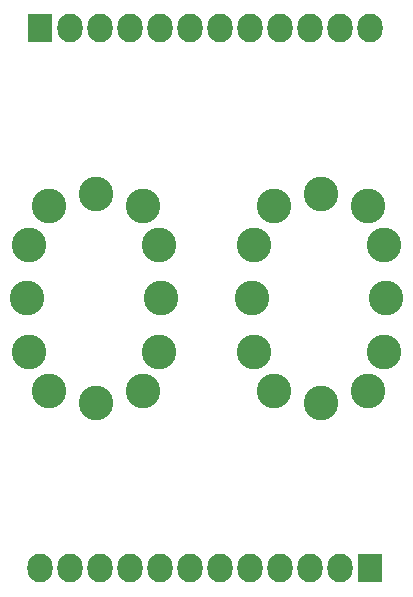
<source format=gts>
G04 #@! TF.FileFunction,Soldermask,Top*
%FSLAX46Y46*%
G04 Gerber Fmt 4.6, Leading zero omitted, Abs format (unit mm)*
G04 Created by KiCad (PCBNEW (2015-10-31 BZR 6288)-product) date Wednesday, November 04, 2015 'PMt' 06:10:20 PM*
%MOMM*%
G01*
G04 APERTURE LIST*
%ADD10C,0.100000*%
%ADD11R,2.127200X2.432000*%
%ADD12O,2.127200X2.432000*%
%ADD13C,2.940000*%
G04 APERTURE END LIST*
D10*
D11*
X120650000Y-57150000D03*
D12*
X123190000Y-57150000D03*
X125730000Y-57150000D03*
X128270000Y-57150000D03*
X130810000Y-57150000D03*
X133350000Y-57150000D03*
X135890000Y-57150000D03*
X138430000Y-57150000D03*
X140970000Y-57150000D03*
X143510000Y-57150000D03*
X146050000Y-57150000D03*
X148590000Y-57150000D03*
D11*
X148590000Y-102870000D03*
D12*
X146050000Y-102870000D03*
X143510000Y-102870000D03*
X140970000Y-102870000D03*
X138430000Y-102870000D03*
X135890000Y-102870000D03*
X133350000Y-102870000D03*
X130810000Y-102870000D03*
X128270000Y-102870000D03*
X125730000Y-102870000D03*
X123190000Y-102870000D03*
X120650000Y-102870000D03*
D13*
X130776980Y-84508340D03*
X121414540Y-87825580D03*
X119730520Y-84508340D03*
X119603520Y-80010000D03*
X119730520Y-75511660D03*
X121414540Y-72194420D03*
X125412500Y-71193660D03*
X129410460Y-72194420D03*
X130776980Y-75511660D03*
X130903980Y-80010000D03*
X129410460Y-87825580D03*
X125412500Y-88826340D03*
X149826980Y-84508340D03*
X140464540Y-87825580D03*
X138780520Y-84508340D03*
X138653520Y-80010000D03*
X138780520Y-75511660D03*
X140464540Y-72194420D03*
X144462500Y-71193660D03*
X148460460Y-72194420D03*
X149826980Y-75511660D03*
X149953980Y-80010000D03*
X148460460Y-87825580D03*
X144462500Y-88826340D03*
M02*

</source>
